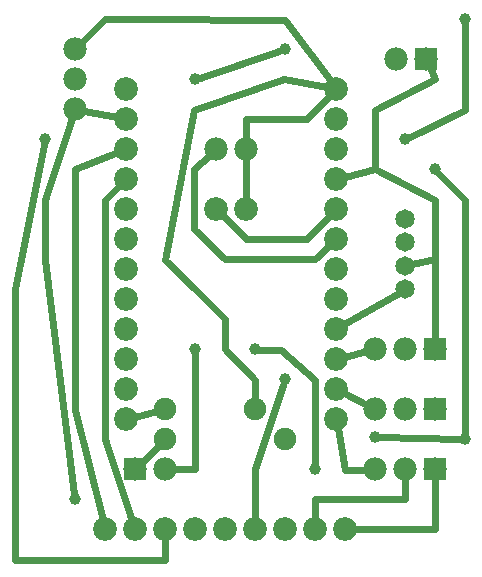
<source format=gtl>
G04 MADE WITH FRITZING*
G04 WWW.FRITZING.ORG*
G04 DOUBLE SIDED*
G04 HOLES PLATED*
G04 CONTOUR ON CENTER OF CONTOUR VECTOR*
%ASAXBY*%
%FSLAX23Y23*%
%MOIN*%
%OFA0B0*%
%SFA1.0B1.0*%
%ADD10C,0.039370*%
%ADD11C,0.075000*%
%ADD12C,0.079370*%
%ADD13C,0.078000*%
%ADD14C,0.065000*%
%ADD15R,0.078000X0.078000*%
%ADD16C,0.024000*%
%LNCOPPER1*%
G90*
G70*
G54D10*
X844Y830D03*
X1544Y530D03*
X1044Y430D03*
X1244Y538D03*
X944Y1830D03*
X1544Y1930D03*
X1344Y1530D03*
X1444Y1430D03*
G54D11*
X544Y630D03*
X844Y630D03*
G54D10*
X644Y1730D03*
G54D11*
X944Y530D03*
X544Y530D03*
X944Y530D03*
X544Y530D03*
G54D12*
X416Y1699D03*
X416Y1599D03*
X416Y1499D03*
X416Y1399D03*
X416Y1299D03*
X416Y1199D03*
X416Y1099D03*
X416Y999D03*
X416Y899D03*
X416Y799D03*
X416Y699D03*
X416Y599D03*
X1116Y1699D03*
X1116Y1599D03*
X1116Y1499D03*
X1116Y1399D03*
X1116Y1299D03*
X1116Y1199D03*
X1116Y1099D03*
X1116Y999D03*
X1116Y899D03*
X1116Y799D03*
X1116Y699D03*
X1116Y599D03*
G54D13*
X444Y430D03*
X544Y430D03*
X244Y1630D03*
X244Y1730D03*
X244Y1830D03*
G54D12*
X1144Y230D03*
X1044Y230D03*
X944Y230D03*
X844Y230D03*
X744Y230D03*
X644Y230D03*
X544Y230D03*
X444Y230D03*
X344Y230D03*
G54D13*
X1444Y430D03*
X1344Y430D03*
X1244Y430D03*
X1444Y630D03*
X1344Y630D03*
X1244Y630D03*
X1444Y830D03*
X1344Y830D03*
X1244Y830D03*
G54D14*
X1344Y1030D03*
X1344Y1108D03*
X1344Y1187D03*
X1344Y1266D03*
G54D13*
X716Y1499D03*
X816Y1499D03*
X716Y1499D03*
X816Y1499D03*
G54D12*
X716Y1299D03*
X816Y1299D03*
X716Y1299D03*
X816Y1299D03*
G54D13*
X1416Y1799D03*
X1316Y1799D03*
G54D10*
X144Y1530D03*
X244Y330D03*
X644Y830D03*
X944Y730D03*
G54D15*
X444Y430D03*
X1444Y430D03*
X1444Y630D03*
X1444Y830D03*
X1416Y1799D03*
G54D16*
X1146Y806D02*
X1215Y823D01*
D02*
X1143Y684D02*
X1218Y644D01*
D02*
X1145Y429D02*
X1214Y429D01*
D02*
X1121Y569D02*
X1145Y429D01*
D02*
X1044Y630D02*
X1044Y729D01*
D02*
X1044Y729D02*
X933Y828D01*
D02*
X933Y828D02*
X863Y829D01*
D02*
X1044Y530D02*
X1044Y630D01*
D02*
X1044Y449D02*
X1044Y530D01*
D02*
X1143Y914D02*
X1324Y1018D01*
D02*
X446Y606D02*
X517Y623D01*
D02*
X1445Y1130D02*
X1368Y1113D01*
D02*
X1044Y1130D02*
X744Y1130D01*
D02*
X744Y1130D02*
X643Y1231D01*
D02*
X643Y1231D02*
X643Y1430D01*
D02*
X643Y1430D02*
X694Y1478D01*
D02*
X1094Y1178D02*
X1044Y1130D01*
D02*
X1544Y1329D02*
X1544Y549D01*
D02*
X1458Y1416D02*
X1544Y1329D01*
D02*
X1525Y530D02*
X1263Y537D01*
D02*
X1544Y1629D02*
X1544Y1911D01*
D02*
X1361Y1538D02*
X1544Y1629D01*
D02*
X926Y1824D02*
X662Y1736D01*
D02*
X844Y729D02*
X844Y658D01*
D02*
X745Y930D02*
X745Y831D01*
D02*
X745Y831D02*
X844Y729D01*
D02*
X645Y1030D02*
X745Y930D01*
D02*
X546Y1129D02*
X645Y1030D01*
D02*
X643Y1629D02*
X546Y1129D01*
D02*
X943Y1730D02*
X643Y1629D01*
D02*
X1086Y1705D02*
X943Y1730D01*
D02*
X345Y1930D02*
X266Y1851D01*
D02*
X444Y1930D02*
X345Y1930D01*
D02*
X944Y1929D02*
X444Y1930D01*
D02*
X1098Y1724D02*
X944Y1929D01*
D02*
X1445Y1329D02*
X1445Y1130D01*
D02*
X1445Y1130D02*
X1445Y860D01*
D02*
X1244Y1430D02*
X1445Y1329D01*
D02*
X816Y1330D02*
X816Y1469D01*
D02*
X816Y1599D02*
X816Y1529D01*
D02*
X1017Y1599D02*
X816Y1599D01*
D02*
X1094Y1677D02*
X1017Y1599D01*
D02*
X1445Y1730D02*
X1428Y1771D01*
D02*
X1244Y1629D02*
X1445Y1730D01*
D02*
X1244Y1430D02*
X1244Y1629D01*
D02*
X1146Y1406D02*
X1244Y1430D01*
D02*
X274Y1624D02*
X386Y1605D01*
D02*
X1017Y1199D02*
X1116Y1299D01*
D02*
X916Y1199D02*
X1017Y1199D01*
D02*
X816Y1199D02*
X916Y1199D01*
D02*
X738Y1277D02*
X816Y1199D01*
D02*
X1444Y231D02*
X1444Y400D01*
D02*
X1175Y230D02*
X1444Y231D01*
D02*
X1345Y330D02*
X1044Y330D01*
D02*
X1345Y400D02*
X1345Y330D01*
D02*
X1044Y330D02*
X1044Y260D01*
D02*
X524Y509D02*
X466Y451D01*
D02*
X244Y1030D02*
X244Y1431D01*
D02*
X244Y629D02*
X244Y1030D01*
D02*
X244Y1431D02*
X388Y1488D01*
D02*
X337Y260D02*
X244Y629D01*
D02*
X344Y530D02*
X344Y1329D01*
D02*
X344Y1329D02*
X394Y1378D01*
D02*
X435Y259D02*
X344Y530D01*
D02*
X45Y1030D02*
X45Y129D01*
D02*
X45Y129D02*
X546Y129D01*
D02*
X546Y129D02*
X545Y199D01*
D02*
X141Y1511D02*
X45Y1030D01*
D02*
X145Y1329D02*
X235Y1601D01*
D02*
X145Y1129D02*
X145Y1329D01*
D02*
X242Y349D02*
X145Y1129D01*
D02*
X645Y430D02*
X644Y811D01*
D02*
X575Y430D02*
X645Y430D01*
D02*
X844Y260D02*
X844Y430D01*
D02*
X844Y430D02*
X938Y712D01*
G04 End of Copper1*
M02*
</source>
